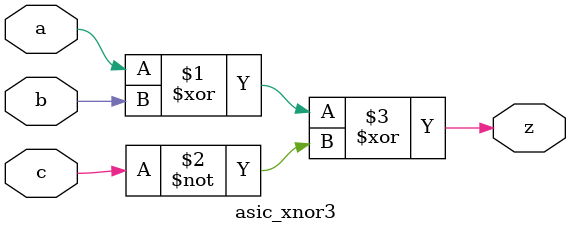
<source format=v>
module asic_xnor3(	// file.cleaned.mlir:2:3
  input  a,	// file.cleaned.mlir:2:28
         b,	// file.cleaned.mlir:2:40
         c,	// file.cleaned.mlir:2:52
  output z	// file.cleaned.mlir:2:65
);

  assign z = a ^ b ^ ~c;	// file.cleaned.mlir:4:10, :5:5
endmodule


</source>
